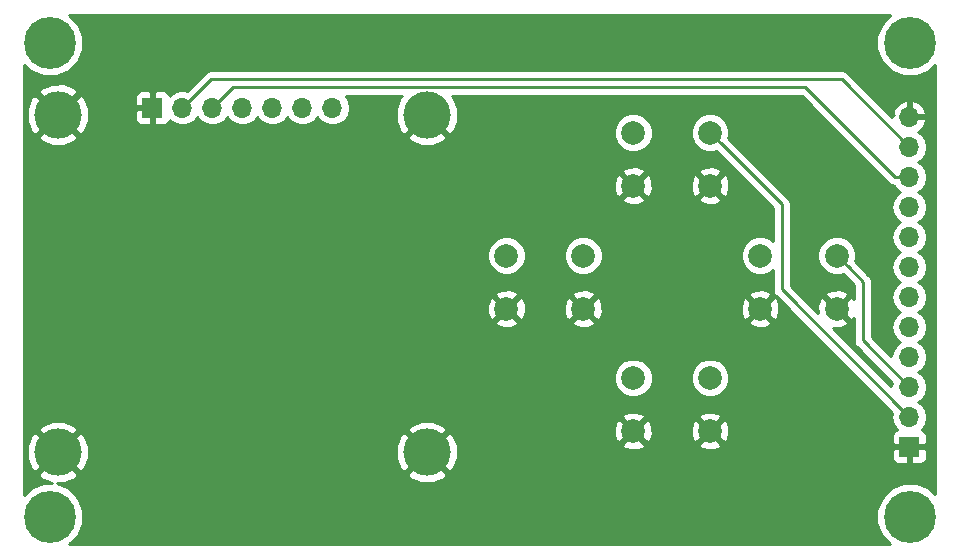
<source format=gbl>
G04 #@! TF.GenerationSoftware,KiCad,Pcbnew,(5.0.0)*
G04 #@! TF.CreationDate,2019-01-21T00:51:31-08:00*
G04 #@! TF.ProjectId,Display,446973706C61792E6B696361645F7063,rev?*
G04 #@! TF.SameCoordinates,Original*
G04 #@! TF.FileFunction,Copper,L2,Bot,Signal*
G04 #@! TF.FilePolarity,Positive*
%FSLAX46Y46*%
G04 Gerber Fmt 4.6, Leading zero omitted, Abs format (unit mm)*
G04 Created by KiCad (PCBNEW (5.0.0)) date 01/21/19 00:51:31*
%MOMM*%
%LPD*%
G01*
G04 APERTURE LIST*
G04 #@! TA.AperFunction,ComponentPad*
%ADD10C,4.400000*%
G04 #@! TD*
G04 #@! TA.AperFunction,ComponentPad*
%ADD11R,1.700000X1.700000*%
G04 #@! TD*
G04 #@! TA.AperFunction,ComponentPad*
%ADD12O,1.700000X1.700000*%
G04 #@! TD*
G04 #@! TA.AperFunction,ComponentPad*
%ADD13C,2.000000*%
G04 #@! TD*
G04 #@! TA.AperFunction,ComponentPad*
%ADD14C,4.000000*%
G04 #@! TD*
G04 #@! TA.AperFunction,Conductor*
%ADD15C,0.250000*%
G04 #@! TD*
G04 #@! TA.AperFunction,Conductor*
%ADD16C,0.254000*%
G04 #@! TD*
G04 APERTURE END LIST*
D10*
G04 #@! TO.P,REF\002A\002A,1*
G04 #@! TO.N,N/C*
X191516000Y-86614000D03*
G04 #@! TD*
G04 #@! TO.P,REF\002A\002A,1*
G04 #@! TO.N,N/C*
X191516000Y-126746000D03*
G04 #@! TD*
G04 #@! TO.P,REF\002A\002A,1*
G04 #@! TO.N,N/C*
X118681500Y-126746000D03*
G04 #@! TD*
D11*
G04 #@! TO.P,J1,1*
G04 #@! TO.N,GND*
X191452500Y-120844500D03*
D12*
G04 #@! TO.P,J1,2*
G04 #@! TO.N,BUTTON_1*
X191452500Y-118304500D03*
G04 #@! TO.P,J1,3*
G04 #@! TO.N,BUTTON_2*
X191452500Y-115764500D03*
G04 #@! TO.P,J1,4*
G04 #@! TO.N,BUTTON_3*
X191452500Y-113224500D03*
G04 #@! TO.P,J1,5*
G04 #@! TO.N,BUTTON_4*
X191452500Y-110684500D03*
G04 #@! TO.P,J1,6*
G04 #@! TO.N,DISPLAY_CS*
X191452500Y-108144500D03*
G04 #@! TO.P,J1,7*
G04 #@! TO.N,DISPLAY_DC*
X191452500Y-105604500D03*
G04 #@! TO.P,J1,8*
G04 #@! TO.N,DISPLAY_RES*
X191452500Y-103064500D03*
G04 #@! TO.P,J1,9*
G04 #@! TO.N,DISPLAY_MOSI*
X191452500Y-100524500D03*
G04 #@! TO.P,J1,10*
G04 #@! TO.N,DISPLAY_CLK*
X191452500Y-97984500D03*
G04 #@! TO.P,J1,11*
G04 #@! TO.N,+5V*
X191452500Y-95444500D03*
G04 #@! TO.P,J1,12*
G04 #@! TO.N,GND*
X191452500Y-92904500D03*
G04 #@! TD*
D13*
G04 #@! TO.P,Up,2*
G04 #@! TO.N,GND*
X168084500Y-98734000D03*
G04 #@! TO.P,Up,1*
G04 #@! TO.N,BUTTON_1*
X168084500Y-94234000D03*
G04 #@! TO.P,Up,2*
G04 #@! TO.N,GND*
X174584500Y-98734000D03*
G04 #@! TO.P,Up,1*
G04 #@! TO.N,BUTTON_1*
X174584500Y-94234000D03*
G04 #@! TD*
G04 #@! TO.P,Right,2*
G04 #@! TO.N,GND*
X178816000Y-109144500D03*
G04 #@! TO.P,Right,1*
G04 #@! TO.N,BUTTON_2*
X178816000Y-104644500D03*
G04 #@! TO.P,Right,2*
G04 #@! TO.N,GND*
X185316000Y-109144500D03*
G04 #@! TO.P,Right,1*
G04 #@! TO.N,BUTTON_2*
X185316000Y-104644500D03*
G04 #@! TD*
G04 #@! TO.P,Down,1*
G04 #@! TO.N,BUTTON_3*
X174584500Y-114998500D03*
G04 #@! TO.P,Down,2*
G04 #@! TO.N,GND*
X174584500Y-119498500D03*
G04 #@! TO.P,Down,1*
G04 #@! TO.N,BUTTON_3*
X168084500Y-114998500D03*
G04 #@! TO.P,Down,2*
G04 #@! TO.N,GND*
X168084500Y-119498500D03*
G04 #@! TD*
G04 #@! TO.P,Left,1*
G04 #@! TO.N,BUTTON_4*
X163853000Y-104644500D03*
G04 #@! TO.P,Left,2*
G04 #@! TO.N,GND*
X163853000Y-109144500D03*
G04 #@! TO.P,Left,1*
G04 #@! TO.N,BUTTON_4*
X157353000Y-104644500D03*
G04 #@! TO.P,Left,2*
G04 #@! TO.N,GND*
X157353000Y-109144500D03*
G04 #@! TD*
D11*
G04 #@! TO.P,Display,1*
G04 #@! TO.N,GND*
X127376874Y-92147000D03*
D12*
G04 #@! TO.P,Display,2*
G04 #@! TO.N,+5V*
X129916874Y-92147000D03*
G04 #@! TO.P,Display,3*
G04 #@! TO.N,DISPLAY_CLK*
X132456874Y-92147000D03*
G04 #@! TO.P,Display,4*
G04 #@! TO.N,DISPLAY_MOSI*
X134996874Y-92147000D03*
G04 #@! TO.P,Display,5*
G04 #@! TO.N,DISPLAY_RES*
X137536874Y-92147000D03*
G04 #@! TO.P,Display,6*
G04 #@! TO.N,DISPLAY_DC*
X140076874Y-92147000D03*
G04 #@! TO.P,Display,7*
G04 #@! TO.N,DISPLAY_CS*
X142616874Y-92147000D03*
D14*
G04 #@! TO.P,Display,1*
G04 #@! TO.N,GND*
X150622000Y-92710000D03*
X150622000Y-121285000D03*
X119380000Y-92710000D03*
X119380000Y-121285000D03*
G04 #@! TD*
D10*
G04 #@! TO.P,REF\002A\002A,1*
G04 #@! TO.N,N/C*
X118681500Y-86614000D03*
G04 #@! TD*
D15*
G04 #@! TO.N,BUTTON_1*
X175584499Y-95233999D02*
X174584500Y-94234000D01*
X180657500Y-100307000D02*
X175584499Y-95233999D01*
X180657500Y-107509500D02*
X180657500Y-100307000D01*
X191452500Y-118304500D02*
X180657500Y-107509500D01*
G04 #@! TO.N,BUTTON_2*
X186315999Y-105644499D02*
X185316000Y-104644500D01*
X187515500Y-106844000D02*
X186315999Y-105644499D01*
X187515500Y-111827500D02*
X187515500Y-106844000D01*
X191452500Y-115764500D02*
X187515500Y-111827500D01*
G04 #@! TO.N,DISPLAY_CLK*
X133306873Y-91297001D02*
X132456874Y-92147000D01*
X182650918Y-90384999D02*
X134218875Y-90384999D01*
X190250419Y-97984500D02*
X182650918Y-90384999D01*
X134218875Y-90384999D02*
X133306873Y-91297001D01*
X191452500Y-97984500D02*
X190250419Y-97984500D01*
G04 #@! TO.N,+5V*
X132338374Y-89725500D02*
X130766873Y-91297001D01*
X185733500Y-89725500D02*
X132338374Y-89725500D01*
X130766873Y-91297001D02*
X129916874Y-92147000D01*
X191452500Y-95444500D02*
X185733500Y-89725500D01*
G04 #@! TD*
D16*
G04 #@! TO.N,GND*
G36*
X189112603Y-85008101D02*
X188681000Y-86050083D01*
X188681000Y-87177917D01*
X189112603Y-88219899D01*
X189910101Y-89017397D01*
X190952083Y-89449000D01*
X192079917Y-89449000D01*
X193121899Y-89017397D01*
X193600000Y-88539296D01*
X193600001Y-124820705D01*
X193121899Y-124342603D01*
X192079917Y-123911000D01*
X190952083Y-123911000D01*
X189910101Y-124342603D01*
X189112603Y-125140101D01*
X188681000Y-126182083D01*
X188681000Y-127309917D01*
X189112603Y-128351899D01*
X189844704Y-129084000D01*
X120352796Y-129084000D01*
X121084897Y-128351899D01*
X121516500Y-127309917D01*
X121516500Y-126182083D01*
X121084897Y-125140101D01*
X120287399Y-124342603D01*
X119269491Y-123920972D01*
X119925247Y-123915713D01*
X120854647Y-123530743D01*
X121075416Y-123160022D01*
X148926584Y-123160022D01*
X149147353Y-123530743D01*
X150119012Y-123924119D01*
X151167247Y-123915713D01*
X152096647Y-123530743D01*
X152317416Y-123160022D01*
X150622000Y-121464605D01*
X148926584Y-123160022D01*
X121075416Y-123160022D01*
X119380000Y-121464605D01*
X117684584Y-123160022D01*
X117905353Y-123530743D01*
X118844607Y-123911000D01*
X118117583Y-123911000D01*
X117075601Y-124342603D01*
X116534000Y-124884204D01*
X116534000Y-120782012D01*
X116740881Y-120782012D01*
X116749287Y-121830247D01*
X117134257Y-122759647D01*
X117504978Y-122980416D01*
X119200395Y-121285000D01*
X119559605Y-121285000D01*
X121255022Y-122980416D01*
X121625743Y-122759647D01*
X122019119Y-121787988D01*
X122011052Y-120782012D01*
X147982881Y-120782012D01*
X147991287Y-121830247D01*
X148376257Y-122759647D01*
X148746978Y-122980416D01*
X150442395Y-121285000D01*
X150801605Y-121285000D01*
X152497022Y-122980416D01*
X152867743Y-122759647D01*
X153261119Y-121787988D01*
X153252713Y-120739753D01*
X153215964Y-120651032D01*
X167111573Y-120651032D01*
X167210236Y-120917887D01*
X167819961Y-121144408D01*
X168469960Y-121120356D01*
X168958764Y-120917887D01*
X169057427Y-120651032D01*
X173611573Y-120651032D01*
X173710236Y-120917887D01*
X174319961Y-121144408D01*
X174702577Y-121130250D01*
X189967500Y-121130250D01*
X189967500Y-121820810D01*
X190064173Y-122054199D01*
X190242802Y-122232827D01*
X190476191Y-122329500D01*
X191166750Y-122329500D01*
X191325500Y-122170750D01*
X191325500Y-120971500D01*
X191579500Y-120971500D01*
X191579500Y-122170750D01*
X191738250Y-122329500D01*
X192428809Y-122329500D01*
X192662198Y-122232827D01*
X192840827Y-122054199D01*
X192937500Y-121820810D01*
X192937500Y-121130250D01*
X192778750Y-120971500D01*
X191579500Y-120971500D01*
X191325500Y-120971500D01*
X190126250Y-120971500D01*
X189967500Y-121130250D01*
X174702577Y-121130250D01*
X174969960Y-121120356D01*
X175458764Y-120917887D01*
X175557427Y-120651032D01*
X174584500Y-119678105D01*
X173611573Y-120651032D01*
X169057427Y-120651032D01*
X168084500Y-119678105D01*
X167111573Y-120651032D01*
X153215964Y-120651032D01*
X152867743Y-119810353D01*
X152497022Y-119589584D01*
X150801605Y-121285000D01*
X150442395Y-121285000D01*
X148746978Y-119589584D01*
X148376257Y-119810353D01*
X147982881Y-120782012D01*
X122011052Y-120782012D01*
X122010713Y-120739753D01*
X121625743Y-119810353D01*
X121255022Y-119589584D01*
X119559605Y-121285000D01*
X119200395Y-121285000D01*
X117504978Y-119589584D01*
X117134257Y-119810353D01*
X116740881Y-120782012D01*
X116534000Y-120782012D01*
X116534000Y-119409978D01*
X117684584Y-119409978D01*
X119380000Y-121105395D01*
X121075416Y-119409978D01*
X148926584Y-119409978D01*
X150622000Y-121105395D01*
X152317416Y-119409978D01*
X152212596Y-119233961D01*
X166438592Y-119233961D01*
X166462644Y-119883960D01*
X166665113Y-120372764D01*
X166931968Y-120471427D01*
X167904895Y-119498500D01*
X168264105Y-119498500D01*
X169237032Y-120471427D01*
X169503887Y-120372764D01*
X169730408Y-119763039D01*
X169710831Y-119233961D01*
X172938592Y-119233961D01*
X172962644Y-119883960D01*
X173165113Y-120372764D01*
X173431968Y-120471427D01*
X174404895Y-119498500D01*
X174764105Y-119498500D01*
X175737032Y-120471427D01*
X176003887Y-120372764D01*
X176230408Y-119763039D01*
X176206356Y-119113040D01*
X176003887Y-118624236D01*
X175737032Y-118525573D01*
X174764105Y-119498500D01*
X174404895Y-119498500D01*
X173431968Y-118525573D01*
X173165113Y-118624236D01*
X172938592Y-119233961D01*
X169710831Y-119233961D01*
X169706356Y-119113040D01*
X169503887Y-118624236D01*
X169237032Y-118525573D01*
X168264105Y-119498500D01*
X167904895Y-119498500D01*
X166931968Y-118525573D01*
X166665113Y-118624236D01*
X166438592Y-119233961D01*
X152212596Y-119233961D01*
X152096647Y-119039257D01*
X151124988Y-118645881D01*
X150076753Y-118654287D01*
X149147353Y-119039257D01*
X148926584Y-119409978D01*
X121075416Y-119409978D01*
X120854647Y-119039257D01*
X119882988Y-118645881D01*
X118834753Y-118654287D01*
X117905353Y-119039257D01*
X117684584Y-119409978D01*
X116534000Y-119409978D01*
X116534000Y-118345968D01*
X167111573Y-118345968D01*
X168084500Y-119318895D01*
X169057427Y-118345968D01*
X173611573Y-118345968D01*
X174584500Y-119318895D01*
X175557427Y-118345968D01*
X175458764Y-118079113D01*
X174849039Y-117852592D01*
X174199040Y-117876644D01*
X173710236Y-118079113D01*
X173611573Y-118345968D01*
X169057427Y-118345968D01*
X168958764Y-118079113D01*
X168349039Y-117852592D01*
X167699040Y-117876644D01*
X167210236Y-118079113D01*
X167111573Y-118345968D01*
X116534000Y-118345968D01*
X116534000Y-114673278D01*
X166449500Y-114673278D01*
X166449500Y-115323722D01*
X166698414Y-115924653D01*
X167158347Y-116384586D01*
X167759278Y-116633500D01*
X168409722Y-116633500D01*
X169010653Y-116384586D01*
X169470586Y-115924653D01*
X169719500Y-115323722D01*
X169719500Y-114673278D01*
X172949500Y-114673278D01*
X172949500Y-115323722D01*
X173198414Y-115924653D01*
X173658347Y-116384586D01*
X174259278Y-116633500D01*
X174909722Y-116633500D01*
X175510653Y-116384586D01*
X175970586Y-115924653D01*
X176219500Y-115323722D01*
X176219500Y-114673278D01*
X175970586Y-114072347D01*
X175510653Y-113612414D01*
X174909722Y-113363500D01*
X174259278Y-113363500D01*
X173658347Y-113612414D01*
X173198414Y-114072347D01*
X172949500Y-114673278D01*
X169719500Y-114673278D01*
X169470586Y-114072347D01*
X169010653Y-113612414D01*
X168409722Y-113363500D01*
X167759278Y-113363500D01*
X167158347Y-113612414D01*
X166698414Y-114072347D01*
X166449500Y-114673278D01*
X116534000Y-114673278D01*
X116534000Y-110297032D01*
X156380073Y-110297032D01*
X156478736Y-110563887D01*
X157088461Y-110790408D01*
X157738460Y-110766356D01*
X158227264Y-110563887D01*
X158325927Y-110297032D01*
X162880073Y-110297032D01*
X162978736Y-110563887D01*
X163588461Y-110790408D01*
X164238460Y-110766356D01*
X164727264Y-110563887D01*
X164825927Y-110297032D01*
X177843073Y-110297032D01*
X177941736Y-110563887D01*
X178551461Y-110790408D01*
X179201460Y-110766356D01*
X179690264Y-110563887D01*
X179788927Y-110297032D01*
X178816000Y-109324105D01*
X177843073Y-110297032D01*
X164825927Y-110297032D01*
X163853000Y-109324105D01*
X162880073Y-110297032D01*
X158325927Y-110297032D01*
X157353000Y-109324105D01*
X156380073Y-110297032D01*
X116534000Y-110297032D01*
X116534000Y-108879961D01*
X155707092Y-108879961D01*
X155731144Y-109529960D01*
X155933613Y-110018764D01*
X156200468Y-110117427D01*
X157173395Y-109144500D01*
X157532605Y-109144500D01*
X158505532Y-110117427D01*
X158772387Y-110018764D01*
X158998908Y-109409039D01*
X158979331Y-108879961D01*
X162207092Y-108879961D01*
X162231144Y-109529960D01*
X162433613Y-110018764D01*
X162700468Y-110117427D01*
X163673395Y-109144500D01*
X164032605Y-109144500D01*
X165005532Y-110117427D01*
X165272387Y-110018764D01*
X165498908Y-109409039D01*
X165479331Y-108879961D01*
X177170092Y-108879961D01*
X177194144Y-109529960D01*
X177396613Y-110018764D01*
X177663468Y-110117427D01*
X178636395Y-109144500D01*
X178995605Y-109144500D01*
X179968532Y-110117427D01*
X180235387Y-110018764D01*
X180461908Y-109409039D01*
X180437856Y-108759040D01*
X180235387Y-108270236D01*
X179968532Y-108171573D01*
X178995605Y-109144500D01*
X178636395Y-109144500D01*
X177663468Y-108171573D01*
X177396613Y-108270236D01*
X177170092Y-108879961D01*
X165479331Y-108879961D01*
X165474856Y-108759040D01*
X165272387Y-108270236D01*
X165005532Y-108171573D01*
X164032605Y-109144500D01*
X163673395Y-109144500D01*
X162700468Y-108171573D01*
X162433613Y-108270236D01*
X162207092Y-108879961D01*
X158979331Y-108879961D01*
X158974856Y-108759040D01*
X158772387Y-108270236D01*
X158505532Y-108171573D01*
X157532605Y-109144500D01*
X157173395Y-109144500D01*
X156200468Y-108171573D01*
X155933613Y-108270236D01*
X155707092Y-108879961D01*
X116534000Y-108879961D01*
X116534000Y-107991968D01*
X156380073Y-107991968D01*
X157353000Y-108964895D01*
X158325927Y-107991968D01*
X162880073Y-107991968D01*
X163853000Y-108964895D01*
X164825927Y-107991968D01*
X177843073Y-107991968D01*
X178816000Y-108964895D01*
X179788927Y-107991968D01*
X179690264Y-107725113D01*
X179080539Y-107498592D01*
X178430540Y-107522644D01*
X177941736Y-107725113D01*
X177843073Y-107991968D01*
X164825927Y-107991968D01*
X164727264Y-107725113D01*
X164117539Y-107498592D01*
X163467540Y-107522644D01*
X162978736Y-107725113D01*
X162880073Y-107991968D01*
X158325927Y-107991968D01*
X158227264Y-107725113D01*
X157617539Y-107498592D01*
X156967540Y-107522644D01*
X156478736Y-107725113D01*
X156380073Y-107991968D01*
X116534000Y-107991968D01*
X116534000Y-104319278D01*
X155718000Y-104319278D01*
X155718000Y-104969722D01*
X155966914Y-105570653D01*
X156426847Y-106030586D01*
X157027778Y-106279500D01*
X157678222Y-106279500D01*
X158279153Y-106030586D01*
X158739086Y-105570653D01*
X158988000Y-104969722D01*
X158988000Y-104319278D01*
X162218000Y-104319278D01*
X162218000Y-104969722D01*
X162466914Y-105570653D01*
X162926847Y-106030586D01*
X163527778Y-106279500D01*
X164178222Y-106279500D01*
X164779153Y-106030586D01*
X165239086Y-105570653D01*
X165488000Y-104969722D01*
X165488000Y-104319278D01*
X165239086Y-103718347D01*
X164779153Y-103258414D01*
X164178222Y-103009500D01*
X163527778Y-103009500D01*
X162926847Y-103258414D01*
X162466914Y-103718347D01*
X162218000Y-104319278D01*
X158988000Y-104319278D01*
X158739086Y-103718347D01*
X158279153Y-103258414D01*
X157678222Y-103009500D01*
X157027778Y-103009500D01*
X156426847Y-103258414D01*
X155966914Y-103718347D01*
X155718000Y-104319278D01*
X116534000Y-104319278D01*
X116534000Y-99886532D01*
X167111573Y-99886532D01*
X167210236Y-100153387D01*
X167819961Y-100379908D01*
X168469960Y-100355856D01*
X168958764Y-100153387D01*
X169057427Y-99886532D01*
X173611573Y-99886532D01*
X173710236Y-100153387D01*
X174319961Y-100379908D01*
X174969960Y-100355856D01*
X175458764Y-100153387D01*
X175557427Y-99886532D01*
X174584500Y-98913605D01*
X173611573Y-99886532D01*
X169057427Y-99886532D01*
X168084500Y-98913605D01*
X167111573Y-99886532D01*
X116534000Y-99886532D01*
X116534000Y-98469461D01*
X166438592Y-98469461D01*
X166462644Y-99119460D01*
X166665113Y-99608264D01*
X166931968Y-99706927D01*
X167904895Y-98734000D01*
X168264105Y-98734000D01*
X169237032Y-99706927D01*
X169503887Y-99608264D01*
X169730408Y-98998539D01*
X169710831Y-98469461D01*
X172938592Y-98469461D01*
X172962644Y-99119460D01*
X173165113Y-99608264D01*
X173431968Y-99706927D01*
X174404895Y-98734000D01*
X174764105Y-98734000D01*
X175737032Y-99706927D01*
X176003887Y-99608264D01*
X176230408Y-98998539D01*
X176206356Y-98348540D01*
X176003887Y-97859736D01*
X175737032Y-97761073D01*
X174764105Y-98734000D01*
X174404895Y-98734000D01*
X173431968Y-97761073D01*
X173165113Y-97859736D01*
X172938592Y-98469461D01*
X169710831Y-98469461D01*
X169706356Y-98348540D01*
X169503887Y-97859736D01*
X169237032Y-97761073D01*
X168264105Y-98734000D01*
X167904895Y-98734000D01*
X166931968Y-97761073D01*
X166665113Y-97859736D01*
X166438592Y-98469461D01*
X116534000Y-98469461D01*
X116534000Y-97581468D01*
X167111573Y-97581468D01*
X168084500Y-98554395D01*
X169057427Y-97581468D01*
X173611573Y-97581468D01*
X174584500Y-98554395D01*
X175557427Y-97581468D01*
X175458764Y-97314613D01*
X174849039Y-97088092D01*
X174199040Y-97112144D01*
X173710236Y-97314613D01*
X173611573Y-97581468D01*
X169057427Y-97581468D01*
X168958764Y-97314613D01*
X168349039Y-97088092D01*
X167699040Y-97112144D01*
X167210236Y-97314613D01*
X167111573Y-97581468D01*
X116534000Y-97581468D01*
X116534000Y-94585022D01*
X117684584Y-94585022D01*
X117905353Y-94955743D01*
X118877012Y-95349119D01*
X119925247Y-95340713D01*
X120854647Y-94955743D01*
X121075416Y-94585022D01*
X148926584Y-94585022D01*
X149147353Y-94955743D01*
X150119012Y-95349119D01*
X151167247Y-95340713D01*
X152096647Y-94955743D01*
X152317416Y-94585022D01*
X150622000Y-92889605D01*
X148926584Y-94585022D01*
X121075416Y-94585022D01*
X119380000Y-92889605D01*
X117684584Y-94585022D01*
X116534000Y-94585022D01*
X116534000Y-92207012D01*
X116740881Y-92207012D01*
X116749287Y-93255247D01*
X117134257Y-94184647D01*
X117504978Y-94405416D01*
X119200395Y-92710000D01*
X119559605Y-92710000D01*
X121255022Y-94405416D01*
X121625743Y-94184647D01*
X122019119Y-93212988D01*
X122012863Y-92432750D01*
X125891874Y-92432750D01*
X125891874Y-93123309D01*
X125988547Y-93356698D01*
X126167175Y-93535327D01*
X126400564Y-93632000D01*
X127091124Y-93632000D01*
X127249874Y-93473250D01*
X127249874Y-92274000D01*
X126050624Y-92274000D01*
X125891874Y-92432750D01*
X122012863Y-92432750D01*
X122010713Y-92164753D01*
X121625743Y-91235353D01*
X121517161Y-91170691D01*
X125891874Y-91170691D01*
X125891874Y-91861250D01*
X126050624Y-92020000D01*
X127249874Y-92020000D01*
X127249874Y-90820750D01*
X127503874Y-90820750D01*
X127503874Y-92020000D01*
X127523874Y-92020000D01*
X127523874Y-92274000D01*
X127503874Y-92274000D01*
X127503874Y-93473250D01*
X127662624Y-93632000D01*
X128353184Y-93632000D01*
X128586573Y-93535327D01*
X128765201Y-93356698D01*
X128831778Y-93195967D01*
X128846249Y-93217625D01*
X129337456Y-93545839D01*
X129770618Y-93632000D01*
X130063130Y-93632000D01*
X130496292Y-93545839D01*
X130987499Y-93217625D01*
X131186874Y-92919239D01*
X131386249Y-93217625D01*
X131877456Y-93545839D01*
X132310618Y-93632000D01*
X132603130Y-93632000D01*
X133036292Y-93545839D01*
X133527499Y-93217625D01*
X133726874Y-92919239D01*
X133926249Y-93217625D01*
X134417456Y-93545839D01*
X134850618Y-93632000D01*
X135143130Y-93632000D01*
X135576292Y-93545839D01*
X136067499Y-93217625D01*
X136266874Y-92919239D01*
X136466249Y-93217625D01*
X136957456Y-93545839D01*
X137390618Y-93632000D01*
X137683130Y-93632000D01*
X138116292Y-93545839D01*
X138607499Y-93217625D01*
X138806874Y-92919239D01*
X139006249Y-93217625D01*
X139497456Y-93545839D01*
X139930618Y-93632000D01*
X140223130Y-93632000D01*
X140656292Y-93545839D01*
X141147499Y-93217625D01*
X141346874Y-92919239D01*
X141546249Y-93217625D01*
X142037456Y-93545839D01*
X142470618Y-93632000D01*
X142763130Y-93632000D01*
X143196292Y-93545839D01*
X143687499Y-93217625D01*
X144015713Y-92726418D01*
X144130966Y-92147000D01*
X144015713Y-91567582D01*
X143733352Y-91144999D01*
X148527982Y-91144999D01*
X148376257Y-91235353D01*
X147982881Y-92207012D01*
X147991287Y-93255247D01*
X148376257Y-94184647D01*
X148746978Y-94405416D01*
X150442395Y-92710000D01*
X150428252Y-92695858D01*
X150607858Y-92516252D01*
X150622000Y-92530395D01*
X150636142Y-92516252D01*
X150815748Y-92695858D01*
X150801605Y-92710000D01*
X152497022Y-94405416D01*
X152867743Y-94184647D01*
X152979428Y-93908778D01*
X166449500Y-93908778D01*
X166449500Y-94559222D01*
X166698414Y-95160153D01*
X167158347Y-95620086D01*
X167759278Y-95869000D01*
X168409722Y-95869000D01*
X169010653Y-95620086D01*
X169470586Y-95160153D01*
X169719500Y-94559222D01*
X169719500Y-93908778D01*
X169470586Y-93307847D01*
X169010653Y-92847914D01*
X168409722Y-92599000D01*
X167759278Y-92599000D01*
X167158347Y-92847914D01*
X166698414Y-93307847D01*
X166449500Y-93908778D01*
X152979428Y-93908778D01*
X153261119Y-93212988D01*
X153252713Y-92164753D01*
X152867743Y-91235353D01*
X152716018Y-91144999D01*
X182336117Y-91144999D01*
X189660092Y-98468976D01*
X189702490Y-98532429D01*
X189765943Y-98574827D01*
X189765945Y-98574829D01*
X189891321Y-98658602D01*
X189953882Y-98700404D01*
X190174131Y-98744214D01*
X190381875Y-99055125D01*
X190680261Y-99254500D01*
X190381875Y-99453875D01*
X190053661Y-99945082D01*
X189938408Y-100524500D01*
X190053661Y-101103918D01*
X190381875Y-101595125D01*
X190680261Y-101794500D01*
X190381875Y-101993875D01*
X190053661Y-102485082D01*
X189938408Y-103064500D01*
X190053661Y-103643918D01*
X190381875Y-104135125D01*
X190680261Y-104334500D01*
X190381875Y-104533875D01*
X190053661Y-105025082D01*
X189938408Y-105604500D01*
X190053661Y-106183918D01*
X190381875Y-106675125D01*
X190680261Y-106874500D01*
X190381875Y-107073875D01*
X190053661Y-107565082D01*
X189938408Y-108144500D01*
X190053661Y-108723918D01*
X190381875Y-109215125D01*
X190680261Y-109414500D01*
X190381875Y-109613875D01*
X190053661Y-110105082D01*
X189938408Y-110684500D01*
X190053661Y-111263918D01*
X190381875Y-111755125D01*
X190680261Y-111954500D01*
X190381875Y-112153875D01*
X190053661Y-112645082D01*
X189946520Y-113183718D01*
X188275500Y-111512699D01*
X188275500Y-106918848D01*
X188290388Y-106844000D01*
X188275500Y-106769152D01*
X188275500Y-106769148D01*
X188231404Y-106547463D01*
X188063429Y-106296071D01*
X187999973Y-106253671D01*
X186906330Y-105160029D01*
X186906328Y-105160026D01*
X186882177Y-105135875D01*
X186951000Y-104969722D01*
X186951000Y-104319278D01*
X186702086Y-103718347D01*
X186242153Y-103258414D01*
X185641222Y-103009500D01*
X184990778Y-103009500D01*
X184389847Y-103258414D01*
X183929914Y-103718347D01*
X183681000Y-104319278D01*
X183681000Y-104969722D01*
X183929914Y-105570653D01*
X184389847Y-106030586D01*
X184990778Y-106279500D01*
X185641222Y-106279500D01*
X185807375Y-106210677D01*
X185831526Y-106234828D01*
X185831529Y-106234830D01*
X186755501Y-107158803D01*
X186755501Y-108318795D01*
X186735387Y-108270236D01*
X186468532Y-108171573D01*
X185495605Y-109144500D01*
X186468532Y-110117427D01*
X186735387Y-110018764D01*
X186755500Y-109964625D01*
X186755500Y-111752653D01*
X186740612Y-111827500D01*
X186755500Y-111902347D01*
X186755500Y-111902351D01*
X186799596Y-112124036D01*
X186967571Y-112375429D01*
X187031030Y-112417831D01*
X190011291Y-115398092D01*
X189946520Y-115723717D01*
X184990598Y-110767797D01*
X185051461Y-110790408D01*
X185701460Y-110766356D01*
X186190264Y-110563887D01*
X186288927Y-110297032D01*
X185316000Y-109324105D01*
X185301858Y-109338248D01*
X185122253Y-109158643D01*
X185136395Y-109144500D01*
X184163468Y-108171573D01*
X183896613Y-108270236D01*
X183670092Y-108879961D01*
X183691892Y-109469090D01*
X182214770Y-107991968D01*
X184343073Y-107991968D01*
X185316000Y-108964895D01*
X186288927Y-107991968D01*
X186190264Y-107725113D01*
X185580539Y-107498592D01*
X184930540Y-107522644D01*
X184441736Y-107725113D01*
X184343073Y-107991968D01*
X182214770Y-107991968D01*
X181417500Y-107194699D01*
X181417500Y-100381848D01*
X181432388Y-100307000D01*
X181417500Y-100232152D01*
X181417500Y-100232148D01*
X181373404Y-100010463D01*
X181373404Y-100010462D01*
X181247829Y-99822527D01*
X181205429Y-99759071D01*
X181141973Y-99716671D01*
X176174830Y-94749529D01*
X176174828Y-94749526D01*
X176150677Y-94725375D01*
X176219500Y-94559222D01*
X176219500Y-93908778D01*
X175970586Y-93307847D01*
X175510653Y-92847914D01*
X174909722Y-92599000D01*
X174259278Y-92599000D01*
X173658347Y-92847914D01*
X173198414Y-93307847D01*
X172949500Y-93908778D01*
X172949500Y-94559222D01*
X173198414Y-95160153D01*
X173658347Y-95620086D01*
X174259278Y-95869000D01*
X174909722Y-95869000D01*
X175075875Y-95800177D01*
X175100026Y-95824328D01*
X175100029Y-95824330D01*
X179897501Y-100621803D01*
X179897501Y-103413762D01*
X179742153Y-103258414D01*
X179141222Y-103009500D01*
X178490778Y-103009500D01*
X177889847Y-103258414D01*
X177429914Y-103718347D01*
X177181000Y-104319278D01*
X177181000Y-104969722D01*
X177429914Y-105570653D01*
X177889847Y-106030586D01*
X178490778Y-106279500D01*
X179141222Y-106279500D01*
X179742153Y-106030586D01*
X179897500Y-105875239D01*
X179897500Y-107434653D01*
X179882612Y-107509500D01*
X179897500Y-107584347D01*
X179897500Y-107584351D01*
X179941596Y-107806036D01*
X180109571Y-108057429D01*
X180173030Y-108099831D01*
X190011291Y-117938093D01*
X189938408Y-118304500D01*
X190053661Y-118883918D01*
X190381875Y-119375125D01*
X190403533Y-119389596D01*
X190242802Y-119456173D01*
X190064173Y-119634801D01*
X189967500Y-119868190D01*
X189967500Y-120558750D01*
X190126250Y-120717500D01*
X191325500Y-120717500D01*
X191325500Y-120697500D01*
X191579500Y-120697500D01*
X191579500Y-120717500D01*
X192778750Y-120717500D01*
X192937500Y-120558750D01*
X192937500Y-119868190D01*
X192840827Y-119634801D01*
X192662198Y-119456173D01*
X192501467Y-119389596D01*
X192523125Y-119375125D01*
X192851339Y-118883918D01*
X192966592Y-118304500D01*
X192851339Y-117725082D01*
X192523125Y-117233875D01*
X192224739Y-117034500D01*
X192523125Y-116835125D01*
X192851339Y-116343918D01*
X192966592Y-115764500D01*
X192851339Y-115185082D01*
X192523125Y-114693875D01*
X192224739Y-114494500D01*
X192523125Y-114295125D01*
X192851339Y-113803918D01*
X192966592Y-113224500D01*
X192851339Y-112645082D01*
X192523125Y-112153875D01*
X192224739Y-111954500D01*
X192523125Y-111755125D01*
X192851339Y-111263918D01*
X192966592Y-110684500D01*
X192851339Y-110105082D01*
X192523125Y-109613875D01*
X192224739Y-109414500D01*
X192523125Y-109215125D01*
X192851339Y-108723918D01*
X192966592Y-108144500D01*
X192851339Y-107565082D01*
X192523125Y-107073875D01*
X192224739Y-106874500D01*
X192523125Y-106675125D01*
X192851339Y-106183918D01*
X192966592Y-105604500D01*
X192851339Y-105025082D01*
X192523125Y-104533875D01*
X192224739Y-104334500D01*
X192523125Y-104135125D01*
X192851339Y-103643918D01*
X192966592Y-103064500D01*
X192851339Y-102485082D01*
X192523125Y-101993875D01*
X192224739Y-101794500D01*
X192523125Y-101595125D01*
X192851339Y-101103918D01*
X192966592Y-100524500D01*
X192851339Y-99945082D01*
X192523125Y-99453875D01*
X192224739Y-99254500D01*
X192523125Y-99055125D01*
X192851339Y-98563918D01*
X192966592Y-97984500D01*
X192851339Y-97405082D01*
X192523125Y-96913875D01*
X192224739Y-96714500D01*
X192523125Y-96515125D01*
X192851339Y-96023918D01*
X192966592Y-95444500D01*
X192851339Y-94865082D01*
X192523125Y-94373875D01*
X192204022Y-94160657D01*
X192333858Y-94099683D01*
X192724145Y-93671424D01*
X192893976Y-93261390D01*
X192772655Y-93031500D01*
X191579500Y-93031500D01*
X191579500Y-93051500D01*
X191325500Y-93051500D01*
X191325500Y-93031500D01*
X191305500Y-93031500D01*
X191305500Y-92777500D01*
X191325500Y-92777500D01*
X191325500Y-91583681D01*
X191579500Y-91583681D01*
X191579500Y-92777500D01*
X192772655Y-92777500D01*
X192893976Y-92547610D01*
X192724145Y-92137576D01*
X192333858Y-91709317D01*
X191809392Y-91463014D01*
X191579500Y-91583681D01*
X191325500Y-91583681D01*
X191095608Y-91463014D01*
X190571142Y-91709317D01*
X190180855Y-92137576D01*
X190011024Y-92547610D01*
X190132344Y-92777498D01*
X189967500Y-92777498D01*
X189967500Y-92884698D01*
X186323831Y-89241030D01*
X186281429Y-89177571D01*
X186030037Y-89009596D01*
X185808352Y-88965500D01*
X185808347Y-88965500D01*
X185733500Y-88950612D01*
X185658653Y-88965500D01*
X132413220Y-88965500D01*
X132338373Y-88950612D01*
X132263526Y-88965500D01*
X132263522Y-88965500D01*
X132041837Y-89009596D01*
X131790445Y-89177571D01*
X131748045Y-89241027D01*
X130283282Y-90705791D01*
X130063130Y-90662000D01*
X129770618Y-90662000D01*
X129337456Y-90748161D01*
X128846249Y-91076375D01*
X128831778Y-91098033D01*
X128765201Y-90937302D01*
X128586573Y-90758673D01*
X128353184Y-90662000D01*
X127662624Y-90662000D01*
X127503874Y-90820750D01*
X127249874Y-90820750D01*
X127091124Y-90662000D01*
X126400564Y-90662000D01*
X126167175Y-90758673D01*
X125988547Y-90937302D01*
X125891874Y-91170691D01*
X121517161Y-91170691D01*
X121255022Y-91014584D01*
X119559605Y-92710000D01*
X119200395Y-92710000D01*
X117504978Y-91014584D01*
X117134257Y-91235353D01*
X116740881Y-92207012D01*
X116534000Y-92207012D01*
X116534000Y-90834978D01*
X117684584Y-90834978D01*
X119380000Y-92530395D01*
X121075416Y-90834978D01*
X120854647Y-90464257D01*
X119882988Y-90070881D01*
X118834753Y-90079287D01*
X117905353Y-90464257D01*
X117684584Y-90834978D01*
X116534000Y-90834978D01*
X116534000Y-88475796D01*
X117075601Y-89017397D01*
X118117583Y-89449000D01*
X119245417Y-89449000D01*
X120287399Y-89017397D01*
X121084897Y-88219899D01*
X121516500Y-87177917D01*
X121516500Y-86050083D01*
X121084897Y-85008101D01*
X120352796Y-84276000D01*
X189844704Y-84276000D01*
X189112603Y-85008101D01*
X189112603Y-85008101D01*
G37*
X189112603Y-85008101D02*
X188681000Y-86050083D01*
X188681000Y-87177917D01*
X189112603Y-88219899D01*
X189910101Y-89017397D01*
X190952083Y-89449000D01*
X192079917Y-89449000D01*
X193121899Y-89017397D01*
X193600000Y-88539296D01*
X193600001Y-124820705D01*
X193121899Y-124342603D01*
X192079917Y-123911000D01*
X190952083Y-123911000D01*
X189910101Y-124342603D01*
X189112603Y-125140101D01*
X188681000Y-126182083D01*
X188681000Y-127309917D01*
X189112603Y-128351899D01*
X189844704Y-129084000D01*
X120352796Y-129084000D01*
X121084897Y-128351899D01*
X121516500Y-127309917D01*
X121516500Y-126182083D01*
X121084897Y-125140101D01*
X120287399Y-124342603D01*
X119269491Y-123920972D01*
X119925247Y-123915713D01*
X120854647Y-123530743D01*
X121075416Y-123160022D01*
X148926584Y-123160022D01*
X149147353Y-123530743D01*
X150119012Y-123924119D01*
X151167247Y-123915713D01*
X152096647Y-123530743D01*
X152317416Y-123160022D01*
X150622000Y-121464605D01*
X148926584Y-123160022D01*
X121075416Y-123160022D01*
X119380000Y-121464605D01*
X117684584Y-123160022D01*
X117905353Y-123530743D01*
X118844607Y-123911000D01*
X118117583Y-123911000D01*
X117075601Y-124342603D01*
X116534000Y-124884204D01*
X116534000Y-120782012D01*
X116740881Y-120782012D01*
X116749287Y-121830247D01*
X117134257Y-122759647D01*
X117504978Y-122980416D01*
X119200395Y-121285000D01*
X119559605Y-121285000D01*
X121255022Y-122980416D01*
X121625743Y-122759647D01*
X122019119Y-121787988D01*
X122011052Y-120782012D01*
X147982881Y-120782012D01*
X147991287Y-121830247D01*
X148376257Y-122759647D01*
X148746978Y-122980416D01*
X150442395Y-121285000D01*
X150801605Y-121285000D01*
X152497022Y-122980416D01*
X152867743Y-122759647D01*
X153261119Y-121787988D01*
X153252713Y-120739753D01*
X153215964Y-120651032D01*
X167111573Y-120651032D01*
X167210236Y-120917887D01*
X167819961Y-121144408D01*
X168469960Y-121120356D01*
X168958764Y-120917887D01*
X169057427Y-120651032D01*
X173611573Y-120651032D01*
X173710236Y-120917887D01*
X174319961Y-121144408D01*
X174702577Y-121130250D01*
X189967500Y-121130250D01*
X189967500Y-121820810D01*
X190064173Y-122054199D01*
X190242802Y-122232827D01*
X190476191Y-122329500D01*
X191166750Y-122329500D01*
X191325500Y-122170750D01*
X191325500Y-120971500D01*
X191579500Y-120971500D01*
X191579500Y-122170750D01*
X191738250Y-122329500D01*
X192428809Y-122329500D01*
X192662198Y-122232827D01*
X192840827Y-122054199D01*
X192937500Y-121820810D01*
X192937500Y-121130250D01*
X192778750Y-120971500D01*
X191579500Y-120971500D01*
X191325500Y-120971500D01*
X190126250Y-120971500D01*
X189967500Y-121130250D01*
X174702577Y-121130250D01*
X174969960Y-121120356D01*
X175458764Y-120917887D01*
X175557427Y-120651032D01*
X174584500Y-119678105D01*
X173611573Y-120651032D01*
X169057427Y-120651032D01*
X168084500Y-119678105D01*
X167111573Y-120651032D01*
X153215964Y-120651032D01*
X152867743Y-119810353D01*
X152497022Y-119589584D01*
X150801605Y-121285000D01*
X150442395Y-121285000D01*
X148746978Y-119589584D01*
X148376257Y-119810353D01*
X147982881Y-120782012D01*
X122011052Y-120782012D01*
X122010713Y-120739753D01*
X121625743Y-119810353D01*
X121255022Y-119589584D01*
X119559605Y-121285000D01*
X119200395Y-121285000D01*
X117504978Y-119589584D01*
X117134257Y-119810353D01*
X116740881Y-120782012D01*
X116534000Y-120782012D01*
X116534000Y-119409978D01*
X117684584Y-119409978D01*
X119380000Y-121105395D01*
X121075416Y-119409978D01*
X148926584Y-119409978D01*
X150622000Y-121105395D01*
X152317416Y-119409978D01*
X152212596Y-119233961D01*
X166438592Y-119233961D01*
X166462644Y-119883960D01*
X166665113Y-120372764D01*
X166931968Y-120471427D01*
X167904895Y-119498500D01*
X168264105Y-119498500D01*
X169237032Y-120471427D01*
X169503887Y-120372764D01*
X169730408Y-119763039D01*
X169710831Y-119233961D01*
X172938592Y-119233961D01*
X172962644Y-119883960D01*
X173165113Y-120372764D01*
X173431968Y-120471427D01*
X174404895Y-119498500D01*
X174764105Y-119498500D01*
X175737032Y-120471427D01*
X176003887Y-120372764D01*
X176230408Y-119763039D01*
X176206356Y-119113040D01*
X176003887Y-118624236D01*
X175737032Y-118525573D01*
X174764105Y-119498500D01*
X174404895Y-119498500D01*
X173431968Y-118525573D01*
X173165113Y-118624236D01*
X172938592Y-119233961D01*
X169710831Y-119233961D01*
X169706356Y-119113040D01*
X169503887Y-118624236D01*
X169237032Y-118525573D01*
X168264105Y-119498500D01*
X167904895Y-119498500D01*
X166931968Y-118525573D01*
X166665113Y-118624236D01*
X166438592Y-119233961D01*
X152212596Y-119233961D01*
X152096647Y-119039257D01*
X151124988Y-118645881D01*
X150076753Y-118654287D01*
X149147353Y-119039257D01*
X148926584Y-119409978D01*
X121075416Y-119409978D01*
X120854647Y-119039257D01*
X119882988Y-118645881D01*
X118834753Y-118654287D01*
X117905353Y-119039257D01*
X117684584Y-119409978D01*
X116534000Y-119409978D01*
X116534000Y-118345968D01*
X167111573Y-118345968D01*
X168084500Y-119318895D01*
X169057427Y-118345968D01*
X173611573Y-118345968D01*
X174584500Y-119318895D01*
X175557427Y-118345968D01*
X175458764Y-118079113D01*
X174849039Y-117852592D01*
X174199040Y-117876644D01*
X173710236Y-118079113D01*
X173611573Y-118345968D01*
X169057427Y-118345968D01*
X168958764Y-118079113D01*
X168349039Y-117852592D01*
X167699040Y-117876644D01*
X167210236Y-118079113D01*
X167111573Y-118345968D01*
X116534000Y-118345968D01*
X116534000Y-114673278D01*
X166449500Y-114673278D01*
X166449500Y-115323722D01*
X166698414Y-115924653D01*
X167158347Y-116384586D01*
X167759278Y-116633500D01*
X168409722Y-116633500D01*
X169010653Y-116384586D01*
X169470586Y-115924653D01*
X169719500Y-115323722D01*
X169719500Y-114673278D01*
X172949500Y-114673278D01*
X172949500Y-115323722D01*
X173198414Y-115924653D01*
X173658347Y-116384586D01*
X174259278Y-116633500D01*
X174909722Y-116633500D01*
X175510653Y-116384586D01*
X175970586Y-115924653D01*
X176219500Y-115323722D01*
X176219500Y-114673278D01*
X175970586Y-114072347D01*
X175510653Y-113612414D01*
X174909722Y-113363500D01*
X174259278Y-113363500D01*
X173658347Y-113612414D01*
X173198414Y-114072347D01*
X172949500Y-114673278D01*
X169719500Y-114673278D01*
X169470586Y-114072347D01*
X169010653Y-113612414D01*
X168409722Y-113363500D01*
X167759278Y-113363500D01*
X167158347Y-113612414D01*
X166698414Y-114072347D01*
X166449500Y-114673278D01*
X116534000Y-114673278D01*
X116534000Y-110297032D01*
X156380073Y-110297032D01*
X156478736Y-110563887D01*
X157088461Y-110790408D01*
X157738460Y-110766356D01*
X158227264Y-110563887D01*
X158325927Y-110297032D01*
X162880073Y-110297032D01*
X162978736Y-110563887D01*
X163588461Y-110790408D01*
X164238460Y-110766356D01*
X164727264Y-110563887D01*
X164825927Y-110297032D01*
X177843073Y-110297032D01*
X177941736Y-110563887D01*
X178551461Y-110790408D01*
X179201460Y-110766356D01*
X179690264Y-110563887D01*
X179788927Y-110297032D01*
X178816000Y-109324105D01*
X177843073Y-110297032D01*
X164825927Y-110297032D01*
X163853000Y-109324105D01*
X162880073Y-110297032D01*
X158325927Y-110297032D01*
X157353000Y-109324105D01*
X156380073Y-110297032D01*
X116534000Y-110297032D01*
X116534000Y-108879961D01*
X155707092Y-108879961D01*
X155731144Y-109529960D01*
X155933613Y-110018764D01*
X156200468Y-110117427D01*
X157173395Y-109144500D01*
X157532605Y-109144500D01*
X158505532Y-110117427D01*
X158772387Y-110018764D01*
X158998908Y-109409039D01*
X158979331Y-108879961D01*
X162207092Y-108879961D01*
X162231144Y-109529960D01*
X162433613Y-110018764D01*
X162700468Y-110117427D01*
X163673395Y-109144500D01*
X164032605Y-109144500D01*
X165005532Y-110117427D01*
X165272387Y-110018764D01*
X165498908Y-109409039D01*
X165479331Y-108879961D01*
X177170092Y-108879961D01*
X177194144Y-109529960D01*
X177396613Y-110018764D01*
X177663468Y-110117427D01*
X178636395Y-109144500D01*
X178995605Y-109144500D01*
X179968532Y-110117427D01*
X180235387Y-110018764D01*
X180461908Y-109409039D01*
X180437856Y-108759040D01*
X180235387Y-108270236D01*
X179968532Y-108171573D01*
X178995605Y-109144500D01*
X178636395Y-109144500D01*
X177663468Y-108171573D01*
X177396613Y-108270236D01*
X177170092Y-108879961D01*
X165479331Y-108879961D01*
X165474856Y-108759040D01*
X165272387Y-108270236D01*
X165005532Y-108171573D01*
X164032605Y-109144500D01*
X163673395Y-109144500D01*
X162700468Y-108171573D01*
X162433613Y-108270236D01*
X162207092Y-108879961D01*
X158979331Y-108879961D01*
X158974856Y-108759040D01*
X158772387Y-108270236D01*
X158505532Y-108171573D01*
X157532605Y-109144500D01*
X157173395Y-109144500D01*
X156200468Y-108171573D01*
X155933613Y-108270236D01*
X155707092Y-108879961D01*
X116534000Y-108879961D01*
X116534000Y-107991968D01*
X156380073Y-107991968D01*
X157353000Y-108964895D01*
X158325927Y-107991968D01*
X162880073Y-107991968D01*
X163853000Y-108964895D01*
X164825927Y-107991968D01*
X177843073Y-107991968D01*
X178816000Y-108964895D01*
X179788927Y-107991968D01*
X179690264Y-107725113D01*
X179080539Y-107498592D01*
X178430540Y-107522644D01*
X177941736Y-107725113D01*
X177843073Y-107991968D01*
X164825927Y-107991968D01*
X164727264Y-107725113D01*
X164117539Y-107498592D01*
X163467540Y-107522644D01*
X162978736Y-107725113D01*
X162880073Y-107991968D01*
X158325927Y-107991968D01*
X158227264Y-107725113D01*
X157617539Y-107498592D01*
X156967540Y-107522644D01*
X156478736Y-107725113D01*
X156380073Y-107991968D01*
X116534000Y-107991968D01*
X116534000Y-104319278D01*
X155718000Y-104319278D01*
X155718000Y-104969722D01*
X155966914Y-105570653D01*
X156426847Y-106030586D01*
X157027778Y-106279500D01*
X157678222Y-106279500D01*
X158279153Y-106030586D01*
X158739086Y-105570653D01*
X158988000Y-104969722D01*
X158988000Y-104319278D01*
X162218000Y-104319278D01*
X162218000Y-104969722D01*
X162466914Y-105570653D01*
X162926847Y-106030586D01*
X163527778Y-106279500D01*
X164178222Y-106279500D01*
X164779153Y-106030586D01*
X165239086Y-105570653D01*
X165488000Y-104969722D01*
X165488000Y-104319278D01*
X165239086Y-103718347D01*
X164779153Y-103258414D01*
X164178222Y-103009500D01*
X163527778Y-103009500D01*
X162926847Y-103258414D01*
X162466914Y-103718347D01*
X162218000Y-104319278D01*
X158988000Y-104319278D01*
X158739086Y-103718347D01*
X158279153Y-103258414D01*
X157678222Y-103009500D01*
X157027778Y-103009500D01*
X156426847Y-103258414D01*
X155966914Y-103718347D01*
X155718000Y-104319278D01*
X116534000Y-104319278D01*
X116534000Y-99886532D01*
X167111573Y-99886532D01*
X167210236Y-100153387D01*
X167819961Y-100379908D01*
X168469960Y-100355856D01*
X168958764Y-100153387D01*
X169057427Y-99886532D01*
X173611573Y-99886532D01*
X173710236Y-100153387D01*
X174319961Y-100379908D01*
X174969960Y-100355856D01*
X175458764Y-100153387D01*
X175557427Y-99886532D01*
X174584500Y-98913605D01*
X173611573Y-99886532D01*
X169057427Y-99886532D01*
X168084500Y-98913605D01*
X167111573Y-99886532D01*
X116534000Y-99886532D01*
X116534000Y-98469461D01*
X166438592Y-98469461D01*
X166462644Y-99119460D01*
X166665113Y-99608264D01*
X166931968Y-99706927D01*
X167904895Y-98734000D01*
X168264105Y-98734000D01*
X169237032Y-99706927D01*
X169503887Y-99608264D01*
X169730408Y-98998539D01*
X169710831Y-98469461D01*
X172938592Y-98469461D01*
X172962644Y-99119460D01*
X173165113Y-99608264D01*
X173431968Y-99706927D01*
X174404895Y-98734000D01*
X174764105Y-98734000D01*
X175737032Y-99706927D01*
X176003887Y-99608264D01*
X176230408Y-98998539D01*
X176206356Y-98348540D01*
X176003887Y-97859736D01*
X175737032Y-97761073D01*
X174764105Y-98734000D01*
X174404895Y-98734000D01*
X173431968Y-97761073D01*
X173165113Y-97859736D01*
X172938592Y-98469461D01*
X169710831Y-98469461D01*
X169706356Y-98348540D01*
X169503887Y-97859736D01*
X169237032Y-97761073D01*
X168264105Y-98734000D01*
X167904895Y-98734000D01*
X166931968Y-97761073D01*
X166665113Y-97859736D01*
X166438592Y-98469461D01*
X116534000Y-98469461D01*
X116534000Y-97581468D01*
X167111573Y-97581468D01*
X168084500Y-98554395D01*
X169057427Y-97581468D01*
X173611573Y-97581468D01*
X174584500Y-98554395D01*
X175557427Y-97581468D01*
X175458764Y-97314613D01*
X174849039Y-97088092D01*
X174199040Y-97112144D01*
X173710236Y-97314613D01*
X173611573Y-97581468D01*
X169057427Y-97581468D01*
X168958764Y-97314613D01*
X168349039Y-97088092D01*
X167699040Y-97112144D01*
X167210236Y-97314613D01*
X167111573Y-97581468D01*
X116534000Y-97581468D01*
X116534000Y-94585022D01*
X117684584Y-94585022D01*
X117905353Y-94955743D01*
X118877012Y-95349119D01*
X119925247Y-95340713D01*
X120854647Y-94955743D01*
X121075416Y-94585022D01*
X148926584Y-94585022D01*
X149147353Y-94955743D01*
X150119012Y-95349119D01*
X151167247Y-95340713D01*
X152096647Y-94955743D01*
X152317416Y-94585022D01*
X150622000Y-92889605D01*
X148926584Y-94585022D01*
X121075416Y-94585022D01*
X119380000Y-92889605D01*
X117684584Y-94585022D01*
X116534000Y-94585022D01*
X116534000Y-92207012D01*
X116740881Y-92207012D01*
X116749287Y-93255247D01*
X117134257Y-94184647D01*
X117504978Y-94405416D01*
X119200395Y-92710000D01*
X119559605Y-92710000D01*
X121255022Y-94405416D01*
X121625743Y-94184647D01*
X122019119Y-93212988D01*
X122012863Y-92432750D01*
X125891874Y-92432750D01*
X125891874Y-93123309D01*
X125988547Y-93356698D01*
X126167175Y-93535327D01*
X126400564Y-93632000D01*
X127091124Y-93632000D01*
X127249874Y-93473250D01*
X127249874Y-92274000D01*
X126050624Y-92274000D01*
X125891874Y-92432750D01*
X122012863Y-92432750D01*
X122010713Y-92164753D01*
X121625743Y-91235353D01*
X121517161Y-91170691D01*
X125891874Y-91170691D01*
X125891874Y-91861250D01*
X126050624Y-92020000D01*
X127249874Y-92020000D01*
X127249874Y-90820750D01*
X127503874Y-90820750D01*
X127503874Y-92020000D01*
X127523874Y-92020000D01*
X127523874Y-92274000D01*
X127503874Y-92274000D01*
X127503874Y-93473250D01*
X127662624Y-93632000D01*
X128353184Y-93632000D01*
X128586573Y-93535327D01*
X128765201Y-93356698D01*
X128831778Y-93195967D01*
X128846249Y-93217625D01*
X129337456Y-93545839D01*
X129770618Y-93632000D01*
X130063130Y-93632000D01*
X130496292Y-93545839D01*
X130987499Y-93217625D01*
X131186874Y-92919239D01*
X131386249Y-93217625D01*
X131877456Y-93545839D01*
X132310618Y-93632000D01*
X132603130Y-93632000D01*
X133036292Y-93545839D01*
X133527499Y-93217625D01*
X133726874Y-92919239D01*
X133926249Y-93217625D01*
X134417456Y-93545839D01*
X134850618Y-93632000D01*
X135143130Y-93632000D01*
X135576292Y-93545839D01*
X136067499Y-93217625D01*
X136266874Y-92919239D01*
X136466249Y-93217625D01*
X136957456Y-93545839D01*
X137390618Y-93632000D01*
X137683130Y-93632000D01*
X138116292Y-93545839D01*
X138607499Y-93217625D01*
X138806874Y-92919239D01*
X139006249Y-93217625D01*
X139497456Y-93545839D01*
X139930618Y-93632000D01*
X140223130Y-93632000D01*
X140656292Y-93545839D01*
X141147499Y-93217625D01*
X141346874Y-92919239D01*
X141546249Y-93217625D01*
X142037456Y-93545839D01*
X142470618Y-93632000D01*
X142763130Y-93632000D01*
X143196292Y-93545839D01*
X143687499Y-93217625D01*
X144015713Y-92726418D01*
X144130966Y-92147000D01*
X144015713Y-91567582D01*
X143733352Y-91144999D01*
X148527982Y-91144999D01*
X148376257Y-91235353D01*
X147982881Y-92207012D01*
X147991287Y-93255247D01*
X148376257Y-94184647D01*
X148746978Y-94405416D01*
X150442395Y-92710000D01*
X150428252Y-92695858D01*
X150607858Y-92516252D01*
X150622000Y-92530395D01*
X150636142Y-92516252D01*
X150815748Y-92695858D01*
X150801605Y-92710000D01*
X152497022Y-94405416D01*
X152867743Y-94184647D01*
X152979428Y-93908778D01*
X166449500Y-93908778D01*
X166449500Y-94559222D01*
X166698414Y-95160153D01*
X167158347Y-95620086D01*
X167759278Y-95869000D01*
X168409722Y-95869000D01*
X169010653Y-95620086D01*
X169470586Y-95160153D01*
X169719500Y-94559222D01*
X169719500Y-93908778D01*
X169470586Y-93307847D01*
X169010653Y-92847914D01*
X168409722Y-92599000D01*
X167759278Y-92599000D01*
X167158347Y-92847914D01*
X166698414Y-93307847D01*
X166449500Y-93908778D01*
X152979428Y-93908778D01*
X153261119Y-93212988D01*
X153252713Y-92164753D01*
X152867743Y-91235353D01*
X152716018Y-91144999D01*
X182336117Y-91144999D01*
X189660092Y-98468976D01*
X189702490Y-98532429D01*
X189765943Y-98574827D01*
X189765945Y-98574829D01*
X189891321Y-98658602D01*
X189953882Y-98700404D01*
X190174131Y-98744214D01*
X190381875Y-99055125D01*
X190680261Y-99254500D01*
X190381875Y-99453875D01*
X190053661Y-99945082D01*
X189938408Y-100524500D01*
X190053661Y-101103918D01*
X190381875Y-101595125D01*
X190680261Y-101794500D01*
X190381875Y-101993875D01*
X190053661Y-102485082D01*
X189938408Y-103064500D01*
X190053661Y-103643918D01*
X190381875Y-104135125D01*
X190680261Y-104334500D01*
X190381875Y-104533875D01*
X190053661Y-105025082D01*
X189938408Y-105604500D01*
X190053661Y-106183918D01*
X190381875Y-106675125D01*
X190680261Y-106874500D01*
X190381875Y-107073875D01*
X190053661Y-107565082D01*
X189938408Y-108144500D01*
X190053661Y-108723918D01*
X190381875Y-109215125D01*
X190680261Y-109414500D01*
X190381875Y-109613875D01*
X190053661Y-110105082D01*
X189938408Y-110684500D01*
X190053661Y-111263918D01*
X190381875Y-111755125D01*
X190680261Y-111954500D01*
X190381875Y-112153875D01*
X190053661Y-112645082D01*
X189946520Y-113183718D01*
X188275500Y-111512699D01*
X188275500Y-106918848D01*
X188290388Y-106844000D01*
X188275500Y-106769152D01*
X188275500Y-106769148D01*
X188231404Y-106547463D01*
X188063429Y-106296071D01*
X187999973Y-106253671D01*
X186906330Y-105160029D01*
X186906328Y-105160026D01*
X186882177Y-105135875D01*
X186951000Y-104969722D01*
X186951000Y-104319278D01*
X186702086Y-103718347D01*
X186242153Y-103258414D01*
X185641222Y-103009500D01*
X184990778Y-103009500D01*
X184389847Y-103258414D01*
X183929914Y-103718347D01*
X183681000Y-104319278D01*
X183681000Y-104969722D01*
X183929914Y-105570653D01*
X184389847Y-106030586D01*
X184990778Y-106279500D01*
X185641222Y-106279500D01*
X185807375Y-106210677D01*
X185831526Y-106234828D01*
X185831529Y-106234830D01*
X186755501Y-107158803D01*
X186755501Y-108318795D01*
X186735387Y-108270236D01*
X186468532Y-108171573D01*
X185495605Y-109144500D01*
X186468532Y-110117427D01*
X186735387Y-110018764D01*
X186755500Y-109964625D01*
X186755500Y-111752653D01*
X186740612Y-111827500D01*
X186755500Y-111902347D01*
X186755500Y-111902351D01*
X186799596Y-112124036D01*
X186967571Y-112375429D01*
X187031030Y-112417831D01*
X190011291Y-115398092D01*
X189946520Y-115723717D01*
X184990598Y-110767797D01*
X185051461Y-110790408D01*
X185701460Y-110766356D01*
X186190264Y-110563887D01*
X186288927Y-110297032D01*
X185316000Y-109324105D01*
X185301858Y-109338248D01*
X185122253Y-109158643D01*
X185136395Y-109144500D01*
X184163468Y-108171573D01*
X183896613Y-108270236D01*
X183670092Y-108879961D01*
X183691892Y-109469090D01*
X182214770Y-107991968D01*
X184343073Y-107991968D01*
X185316000Y-108964895D01*
X186288927Y-107991968D01*
X186190264Y-107725113D01*
X185580539Y-107498592D01*
X184930540Y-107522644D01*
X184441736Y-107725113D01*
X184343073Y-107991968D01*
X182214770Y-107991968D01*
X181417500Y-107194699D01*
X181417500Y-100381848D01*
X181432388Y-100307000D01*
X181417500Y-100232152D01*
X181417500Y-100232148D01*
X181373404Y-100010463D01*
X181373404Y-100010462D01*
X181247829Y-99822527D01*
X181205429Y-99759071D01*
X181141973Y-99716671D01*
X176174830Y-94749529D01*
X176174828Y-94749526D01*
X176150677Y-94725375D01*
X176219500Y-94559222D01*
X176219500Y-93908778D01*
X175970586Y-93307847D01*
X175510653Y-92847914D01*
X174909722Y-92599000D01*
X174259278Y-92599000D01*
X173658347Y-92847914D01*
X173198414Y-93307847D01*
X172949500Y-93908778D01*
X172949500Y-94559222D01*
X173198414Y-95160153D01*
X173658347Y-95620086D01*
X174259278Y-95869000D01*
X174909722Y-95869000D01*
X175075875Y-95800177D01*
X175100026Y-95824328D01*
X175100029Y-95824330D01*
X179897501Y-100621803D01*
X179897501Y-103413762D01*
X179742153Y-103258414D01*
X179141222Y-103009500D01*
X178490778Y-103009500D01*
X177889847Y-103258414D01*
X177429914Y-103718347D01*
X177181000Y-104319278D01*
X177181000Y-104969722D01*
X177429914Y-105570653D01*
X177889847Y-106030586D01*
X178490778Y-106279500D01*
X179141222Y-106279500D01*
X179742153Y-106030586D01*
X179897500Y-105875239D01*
X179897500Y-107434653D01*
X179882612Y-107509500D01*
X179897500Y-107584347D01*
X179897500Y-107584351D01*
X179941596Y-107806036D01*
X180109571Y-108057429D01*
X180173030Y-108099831D01*
X190011291Y-117938093D01*
X189938408Y-118304500D01*
X190053661Y-118883918D01*
X190381875Y-119375125D01*
X190403533Y-119389596D01*
X190242802Y-119456173D01*
X190064173Y-119634801D01*
X189967500Y-119868190D01*
X189967500Y-120558750D01*
X190126250Y-120717500D01*
X191325500Y-120717500D01*
X191325500Y-120697500D01*
X191579500Y-120697500D01*
X191579500Y-120717500D01*
X192778750Y-120717500D01*
X192937500Y-120558750D01*
X192937500Y-119868190D01*
X192840827Y-119634801D01*
X192662198Y-119456173D01*
X192501467Y-119389596D01*
X192523125Y-119375125D01*
X192851339Y-118883918D01*
X192966592Y-118304500D01*
X192851339Y-117725082D01*
X192523125Y-117233875D01*
X192224739Y-117034500D01*
X192523125Y-116835125D01*
X192851339Y-116343918D01*
X192966592Y-115764500D01*
X192851339Y-115185082D01*
X192523125Y-114693875D01*
X192224739Y-114494500D01*
X192523125Y-114295125D01*
X192851339Y-113803918D01*
X192966592Y-113224500D01*
X192851339Y-112645082D01*
X192523125Y-112153875D01*
X192224739Y-111954500D01*
X192523125Y-111755125D01*
X192851339Y-111263918D01*
X192966592Y-110684500D01*
X192851339Y-110105082D01*
X192523125Y-109613875D01*
X192224739Y-109414500D01*
X192523125Y-109215125D01*
X192851339Y-108723918D01*
X192966592Y-108144500D01*
X192851339Y-107565082D01*
X192523125Y-107073875D01*
X192224739Y-106874500D01*
X192523125Y-106675125D01*
X192851339Y-106183918D01*
X192966592Y-105604500D01*
X192851339Y-105025082D01*
X192523125Y-104533875D01*
X192224739Y-104334500D01*
X192523125Y-104135125D01*
X192851339Y-103643918D01*
X192966592Y-103064500D01*
X192851339Y-102485082D01*
X192523125Y-101993875D01*
X192224739Y-101794500D01*
X192523125Y-101595125D01*
X192851339Y-101103918D01*
X192966592Y-100524500D01*
X192851339Y-99945082D01*
X192523125Y-99453875D01*
X192224739Y-99254500D01*
X192523125Y-99055125D01*
X192851339Y-98563918D01*
X192966592Y-97984500D01*
X192851339Y-97405082D01*
X192523125Y-96913875D01*
X192224739Y-96714500D01*
X192523125Y-96515125D01*
X192851339Y-96023918D01*
X192966592Y-95444500D01*
X192851339Y-94865082D01*
X192523125Y-94373875D01*
X192204022Y-94160657D01*
X192333858Y-94099683D01*
X192724145Y-93671424D01*
X192893976Y-93261390D01*
X192772655Y-93031500D01*
X191579500Y-93031500D01*
X191579500Y-93051500D01*
X191325500Y-93051500D01*
X191325500Y-93031500D01*
X191305500Y-93031500D01*
X191305500Y-92777500D01*
X191325500Y-92777500D01*
X191325500Y-91583681D01*
X191579500Y-91583681D01*
X191579500Y-92777500D01*
X192772655Y-92777500D01*
X192893976Y-92547610D01*
X192724145Y-92137576D01*
X192333858Y-91709317D01*
X191809392Y-91463014D01*
X191579500Y-91583681D01*
X191325500Y-91583681D01*
X191095608Y-91463014D01*
X190571142Y-91709317D01*
X190180855Y-92137576D01*
X190011024Y-92547610D01*
X190132344Y-92777498D01*
X189967500Y-92777498D01*
X189967500Y-92884698D01*
X186323831Y-89241030D01*
X186281429Y-89177571D01*
X186030037Y-89009596D01*
X185808352Y-88965500D01*
X185808347Y-88965500D01*
X185733500Y-88950612D01*
X185658653Y-88965500D01*
X132413220Y-88965500D01*
X132338373Y-88950612D01*
X132263526Y-88965500D01*
X132263522Y-88965500D01*
X132041837Y-89009596D01*
X131790445Y-89177571D01*
X131748045Y-89241027D01*
X130283282Y-90705791D01*
X130063130Y-90662000D01*
X129770618Y-90662000D01*
X129337456Y-90748161D01*
X128846249Y-91076375D01*
X128831778Y-91098033D01*
X128765201Y-90937302D01*
X128586573Y-90758673D01*
X128353184Y-90662000D01*
X127662624Y-90662000D01*
X127503874Y-90820750D01*
X127249874Y-90820750D01*
X127091124Y-90662000D01*
X126400564Y-90662000D01*
X126167175Y-90758673D01*
X125988547Y-90937302D01*
X125891874Y-91170691D01*
X121517161Y-91170691D01*
X121255022Y-91014584D01*
X119559605Y-92710000D01*
X119200395Y-92710000D01*
X117504978Y-91014584D01*
X117134257Y-91235353D01*
X116740881Y-92207012D01*
X116534000Y-92207012D01*
X116534000Y-90834978D01*
X117684584Y-90834978D01*
X119380000Y-92530395D01*
X121075416Y-90834978D01*
X120854647Y-90464257D01*
X119882988Y-90070881D01*
X118834753Y-90079287D01*
X117905353Y-90464257D01*
X117684584Y-90834978D01*
X116534000Y-90834978D01*
X116534000Y-88475796D01*
X117075601Y-89017397D01*
X118117583Y-89449000D01*
X119245417Y-89449000D01*
X120287399Y-89017397D01*
X121084897Y-88219899D01*
X121516500Y-87177917D01*
X121516500Y-86050083D01*
X121084897Y-85008101D01*
X120352796Y-84276000D01*
X189844704Y-84276000D01*
X189112603Y-85008101D01*
G04 #@! TD*
M02*

</source>
